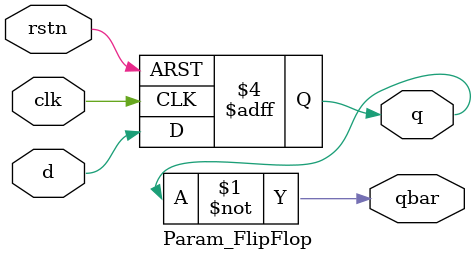
<source format=v>


module Param_FlipFlop(d,rstn,clk,q,qbar);
    parameter FF_TYPE = "DFF";
    input d,rstn,clk;
    output reg q;
    output qbar;

    assign qbar = ~q;

    always @(posedge clk or negedge rstn) begin
        if(~rstn)
            q <= 0;
        else if(FF_TYPE == "DFF")
            q <= d;
        else if(FF_TYPE == "TFF")
            if(d)
                q <= ~q;    
    end
endmodule   
</source>
